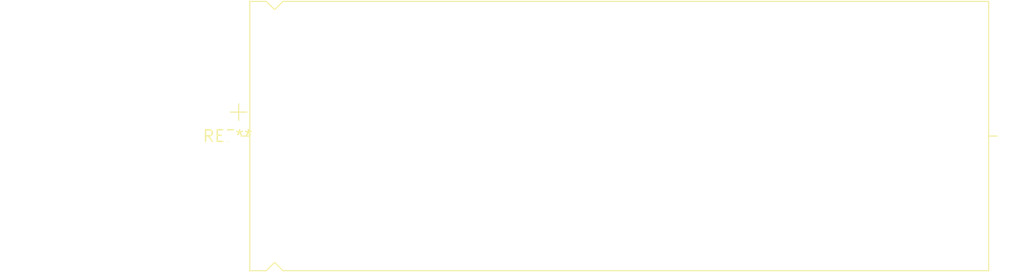
<source format=kicad_pcb>
(kicad_pcb (version 20240108) (generator pcbnew)
  (layers (0 "F.Cu" signal) (31 "B.Cu" signal) (34 "B.Paste" user) (35 "F.Paste" user) (36 "B.SilkS" user "B.Silkscreen") (37 "F.SilkS" user "F.Silkscreen") (38 "B.Mask" user) (39 "F.Mask" user) (44 "Edge.Cuts" user))
  (net 0 "")
  (footprint "CP_Axial_L80.0mm_D29.0mm_P85.00mm_Horizontal" (layer "F.Cu") (at 0 0)
    (property "Reference" "REF**")
    (property "Value" "CP_Axial_L80.0mm_D29.0mm_P85.00mm_Horizontal")
    (fp_line (start 0.28 -2.6) (end 2.08 -2.6) (layer "F.SilkS") (stroke (width 0.12)))
    (fp_line (start 1.18 -3.5) (end 1.18 -1.7) (layer "F.SilkS") (stroke (width 0.12)))
    (fp_line (start 1.44 0) (end 2.38 0) (layer "F.SilkS") (stroke (width 0.12)))
    (fp_line (start 2.38 -14.62) (end 2.38 14.62) (layer "F.SilkS") (stroke (width 0.12)))
    (fp_line (start 2.38 -14.62) (end 4.18 -14.62) (layer "F.SilkS") (stroke (width 0.12)))
    (fp_line (start 2.38 14.62) (end 4.18 14.62) (layer "F.SilkS") (stroke (width 0.12)))
    (fp_line (start 4.18 -14.62) (end 5.08 -13.72) (layer "F.SilkS") (stroke (width 0.12)))
    (fp_line (start 4.18 14.62) (end 5.08 13.72) (layer "F.SilkS") (stroke (width 0.12)))
    (fp_line (start 5.08 -13.72) (end 5.98 -14.62) (layer "F.SilkS") (stroke (width 0.12)))
    (fp_line (start 5.08 13.72) (end 5.98 14.62) (layer "F.SilkS") (stroke (width 0.12)))
    (fp_line (start 5.98 -14.62) (end 82.62 -14.62) (layer "F.SilkS") (stroke (width 0.12)))
    (fp_line (start 5.98 14.62) (end 82.62 14.62) (layer "F.SilkS") (stroke (width 0.12)))
    (fp_line (start 82.62 -14.62) (end 82.62 14.62) (layer "F.SilkS") (stroke (width 0.12)))
    (fp_line (start 83.56 0) (end 82.62 0) (layer "F.SilkS") (stroke (width 0.12)))
    (pad "1" thru_hole rect (at 0 0) (size 2.4 2.4) (drill 1.2) (layers *.Cu *.Mask) (remove_unused_layers))
    (pad "2" thru_hole oval (at 85 0) (size 2.4 2.4) (drill 1.2) (layers *.Cu *.Mask) (remove_unused_layers))
  )
)
</source>
